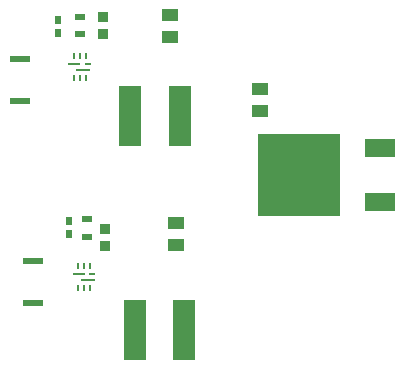
<source format=gtp>
%TF.GenerationSoftware,KiCad,Pcbnew,7.0.10*%
%TF.CreationDate,2024-11-20T16:46:35-05:00*%
%TF.ProjectId,SDP25_MainPCB_V2,53445032-355f-44d6-9169-6e5043425f56,2*%
%TF.SameCoordinates,Original*%
%TF.FileFunction,Paste,Top*%
%TF.FilePolarity,Positive*%
%FSLAX46Y46*%
G04 Gerber Fmt 4.6, Leading zero omitted, Abs format (unit mm)*
G04 Created by KiCad (PCBNEW 7.0.10) date 2024-11-20 16:46:35*
%MOMM*%
%LPD*%
G01*
G04 APERTURE LIST*
%ADD10R,1.900000X5.100000*%
%ADD11R,1.447800X1.066800*%
%ADD12R,0.889000X0.609600*%
%ADD13R,1.803400X0.558800*%
%ADD14R,0.889000X0.965200*%
%ADD15R,2.500000X1.500000*%
%ADD16R,7.000000X7.000000*%
%ADD17R,0.249999X0.549999*%
%ADD18R,1.000000X0.249999*%
%ADD19R,1.300000X0.249999*%
%ADD20R,0.549999X0.249999*%
%ADD21R,0.499999X0.655599*%
G04 APERTURE END LIST*
D10*
%TO.C,L2*%
X117319000Y-80010000D03*
X121519000Y-80010000D03*
%TD*%
D11*
%TO.C,C2*%
X128270000Y-77787500D03*
X128270000Y-79641700D03*
%TD*%
D12*
%TO.C,Rfbb2*%
X113665000Y-90284300D03*
X113665000Y-88785700D03*
%TD*%
%TO.C,Rfbb1*%
X113069000Y-73139300D03*
X113069000Y-71640700D03*
%TD*%
D13*
%TO.C,Cin2*%
X109093000Y-95885000D03*
X109093000Y-92329000D03*
%TD*%
D14*
%TO.C,Cvcc2*%
X115189000Y-91059000D03*
X115189000Y-89611200D03*
%TD*%
D11*
%TO.C,Cout2*%
X121158000Y-90970100D03*
X121158000Y-89115900D03*
%TD*%
D15*
%TO.C,IC1*%
X138430000Y-87364600D03*
D16*
X131580000Y-85064600D03*
D15*
X138430000Y-82764600D03*
%TD*%
D13*
%TO.C,Cin1*%
X107989000Y-78740000D03*
X107989000Y-75184000D03*
%TD*%
D14*
%TO.C,Cvcc1*%
X114974000Y-73113900D03*
X114974000Y-71666100D03*
%TD*%
D17*
%TO.C,U5*%
X113529002Y-74985001D03*
X113029003Y-74985001D03*
X112529001Y-74985001D03*
D18*
X112579001Y-75659998D03*
D17*
X112529001Y-76835000D03*
X113029003Y-76835000D03*
X113529002Y-76835000D03*
D19*
X113328999Y-76159998D03*
D20*
X113704000Y-75659998D03*
%TD*%
D21*
%TO.C,Rfbt2*%
X112141000Y-88937402D03*
X112141000Y-90043000D03*
%TD*%
D17*
%TO.C,U4*%
X113903001Y-92732004D03*
X113403002Y-92732004D03*
X112903000Y-92732004D03*
D18*
X112953000Y-93407001D03*
D17*
X112903000Y-94582003D03*
X113403002Y-94582003D03*
X113903001Y-94582003D03*
D19*
X113702998Y-93907001D03*
D20*
X114077999Y-93407001D03*
%TD*%
D21*
%TO.C,Rfbt1*%
X111164000Y-71919402D03*
X111164000Y-73025000D03*
%TD*%
D10*
%TO.C,L1*%
X117661000Y-98171000D03*
X121861000Y-98171000D03*
%TD*%
D11*
%TO.C,Cout1*%
X120689000Y-73317100D03*
X120689000Y-71462900D03*
%TD*%
M02*

</source>
